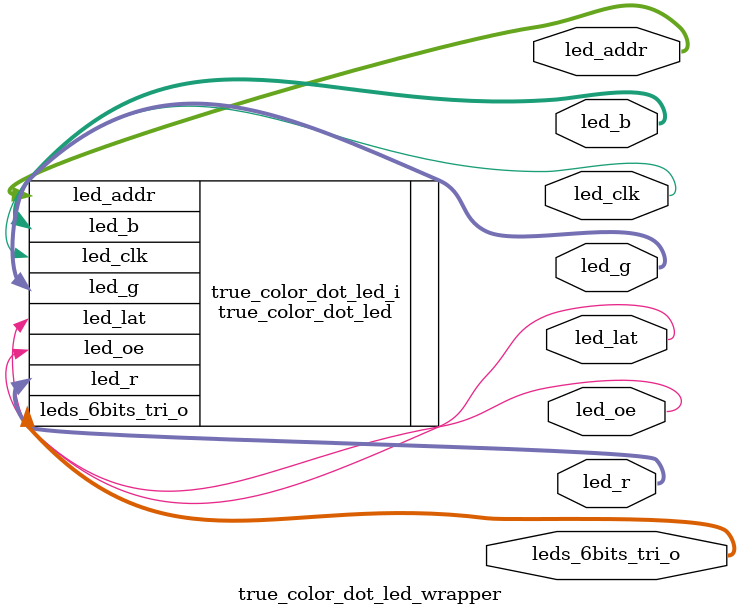
<source format=v>
`timescale 1 ps / 1 ps

module true_color_dot_led_wrapper
   (led_addr,
    led_b,
    led_clk,
    led_g,
    led_lat,
    led_oe,
    led_r,
    leds_6bits_tri_o);
  output [2:0]led_addr;
  output [1:0]led_b;
  output led_clk;
  output [1:0]led_g;
  output led_lat;
  output led_oe;
  output [1:0]led_r;
  output [5:0]leds_6bits_tri_o;

  wire [2:0]led_addr;
  wire [1:0]led_b;
  wire led_clk;
  wire [1:0]led_g;
  wire led_lat;
  wire led_oe;
  wire [1:0]led_r;
  wire [5:0]leds_6bits_tri_o;

  true_color_dot_led true_color_dot_led_i
       (.led_addr(led_addr),
        .led_b(led_b),
        .led_clk(led_clk),
        .led_g(led_g),
        .led_lat(led_lat),
        .led_oe(led_oe),
        .led_r(led_r),
        .leds_6bits_tri_o(leds_6bits_tri_o));
endmodule

</source>
